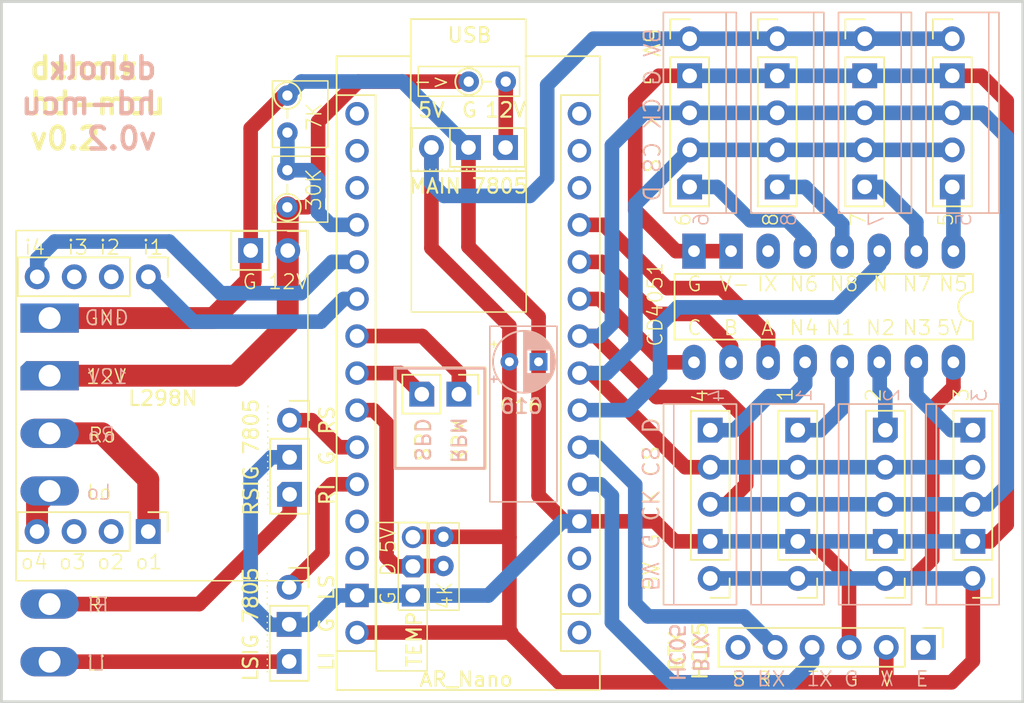
<source format=kicad_pcb>
(kicad_pcb (version 20221018) (generator pcbnew)
  (title_block (title "hd-mcu") (company "denolk"))
  (layers (0 "F.Cu" signal) (31 "B.Cu" signal) (34 "B.Paste" user) (35 "F.Paste" user) (36 "B.SilkS" user "B.Silkscreen") (37 "F.SilkS" user "F.Silkscreen") (38 "B.Mask" user) (39 "F.Mask" user) (44 "Edge.Cuts" user))
  (net 0 "")
  (net 1 "GND")
  (net 2 "12V")
  (net 3 "SIG_L_IN")
  (net 4 "SIG_L_OUT")
  (net 5 "SIG_R_IN")
  (net 6 "SIG_R_OUT")
  (net 7 "5V")
  (net 8 "D_SIG_L_IN")
  (net 9 "D_SIG_R_IN")
  (net 10 "D_SIG_R_OUT")
  (net 11 "D_SIG_L_OUT")
  (net 12 "D_MUX_A")
  (net 13 "D_MUX_B")
  (net 14 "D_MUX_C")
  (net 15 "MUX_S8")
  (net 16 "MUX_S1")
  (net 17 "MUX_S2")
  (net 18 "MUX_S3")
  (net 19 "MUX_S4")
  (net 20 "MUX_S5")
  (net 21 "MUX_S7")
  (net 22 "MUX_S6")
  (net 23 "D_BT_RX")
  (net 24 "D_BT_TX")
  (net 25 "D1")
  (net 26 "D10")
  (net 27 "D11")
  (net 28 "D_TEMP")
  (net 29 "D_VOLT")
  (net 30 "D0")
  (net 31 "D_SCK")
  (net 32 "D_CS")
  (net 33 "D_SO")
  (net 34 "D_RPM")
  (net 35 "D12")
  (net 36 "D13")
  (net 37 "D_SPD")
  (footprint "Connector_PinHeader_2.54mm:Socker_PinHeader_1x05_P2.54mm_Dualside" (layer "F.Cu") (at 71.7925 38.1975)
    (fp_text reference "6" (at 0.79 12.4 90) (layer "B.SilkS") (effects (font (thickness 0.1)) (justify mirror)))
    (fp_text value "N6" hide)
    (pad "1" thru_hole circle (at 0 0) (size 1.7 1.7) (drill 1) (layers "*.Cu" "*.Mask") (net 7 "5V"))
    (pad "2" thru_hole rect (at 0 2.54) (size 1.7 1.7) (drill 1) (layers "*.Cu" "*.Mask") (net 1 "GND"))
    (pad "3" thru_hole oval (at 0 5.08) (size 1.7 1.7) (drill 1) (layers "*.Cu" "*.Mask") (net 31 "D_SCK"))
    (pad "4" thru_hole oval (at 0 7.62) (size 1.7 1.7) (drill 1) (layers "*.Cu" "*.Mask") (net 32 "D_CS"))
    (pad "5" thru_hole roundrect (at 0 10.16) (size 1.7 1.7) (drill 1) (layers "*.Cu" "*.Mask") (roundrect_rratio 0) (chamfer_ratio 0.2) (chamfer top_left) (net 22 "MUX_S6"))
  )
  (footprint "Connector_PinSocket_2.54mm:PinSocket_1x03_P2.54mm_Vertical" (layer "F.Cu") (at 54.095 45.655 90)
    (fp_text reference "MAIN 7805" (at -2.64 2.54) (layer "F.SilkS"))
    (fp_text value "PinSocket_1x03_P2.54mm_Vertical" hide)
    (fp_text user "G" (at 2.570051 2.6 unlocked) (layer "F.SilkS"))
    (fp_text user "5V" (at 2.570051 0 unlocked) (layer "F.SilkS"))
    (fp_text user "12V" (at 2.570051 5.08 unlocked) (layer "F.SilkS"))
    (pad "1" thru_hole circle (at 0 0 90) (size 1.7 1.7) (drill 1) (layers "*.Cu" "*.Mask") (net 7 "5V"))
    (pad "2" thru_hole rect (at 0 2.54 90) (size 1.7 1.7) (drill 1) (layers "*.Cu" "*.Mask") (net 1 "GND"))
    (pad "3" thru_hole roundrect (at 0 5.08 90) (size 1.7 1.7) (drill 1) (layers "*.Cu" "*.Mask") (roundrect_rratio 0) (chamfer_ratio 0.2) (chamfer top_left) (net 2 "12V"))
  )
  (footprint "Resistor_THT:R_Axial_DIN0204_L3.6mm_D1.6mm_P2.54mm_Vertical" (layer "F.Cu") (at 44.22 49.75 90)
    (fp_text reference "30K" (at 1.21 1.81 90) (layer "F.SilkS") (effects (font (thickness 0.1))))
    (fp_text value "R_Axial_DIN0204_L3.6mm_D1.6mm_P2.54mm_Vertical" hide)
    (pad "1" thru_hole circle (at 0 0 90) (size 1.4 1.4) (drill 0.7) (layers "*.Cu" "*.Mask") (net 2 "12V"))
    (pad "2" thru_hole oval (at 2.54 0 90) (size 1.4 1.4) (drill 0.7) (layers "*.Cu" "*.Mask") (net 29 "D_VOLT"))
  )
  (footprint "Connector_PinHeader_2.54mm:Socker_PinHeader_1x05_P2.54mm_Dualside" (layer "F.Cu") (at 79.2025 75.1875 180)
    (fp_text reference "1" (at -0.44 12.54 90) (layer "B.SilkS") (effects (font (thickness 0.1)) (justify mirror)))
    (fp_text value "N1" hide)
    (pad "1" thru_hole circle (at 0 0 180) (size 1.7 1.7) (drill 1) (layers "*.Cu" "*.Mask") (net 7 "5V"))
    (pad "2" thru_hole rect (at 0 2.54 180) (size 1.7 1.7) (drill 1) (layers "*.Cu" "*.Mask") (net 1 "GND"))
    (pad "3" thru_hole oval (at 0 5.08 180) (size 1.7 1.7) (drill 1) (layers "*.Cu" "*.Mask") (net 31 "D_SCK"))
    (pad "4" thru_hole oval (at 0 7.62 180) (size 1.7 1.7) (drill 1) (layers "*.Cu" "*.Mask") (net 32 "D_CS"))
    (pad "5" thru_hole roundrect (at 0 10.16 180) (size 1.7 1.7) (drill 1) (layers "*.Cu" "*.Mask") (roundrect_rratio 0) (chamfer_ratio 0.2) (chamfer top_left) (net 16 "MUX_S1"))
  )
  (footprint "Connector_PinHeader_2.54mm:Socker_PinHeader_1x05_P2.54mm_Dualside" (layer "F.Cu") (at 83.7925 38.1975)
    (fp_text reference "7" (at 0.79 12.4 90) (layer "B.SilkS") (effects (font (thickness 0.1)) (justify mirror)))
    (fp_text value "N7" hide)
    (pad "1" thru_hole circle (at 0 0) (size 1.7 1.7) (drill 1) (layers "*.Cu" "*.Mask") (net 7 "5V"))
    (pad "2" thru_hole rect (at 0 2.54) (size 1.7 1.7) (drill 1) (layers "*.Cu" "*.Mask") (net 1 "GND"))
    (pad "3" thru_hole oval (at 0 5.08) (size 1.7 1.7) (drill 1) (layers "*.Cu" "*.Mask") (net 31 "D_SCK"))
    (pad "4" thru_hole oval (at 0 7.62) (size 1.7 1.7) (drill 1) (layers "*.Cu" "*.Mask") (net 32 "D_CS"))
    (pad "5" thru_hole roundrect (at 0 10.16) (size 1.7 1.7) (drill 1) (layers "*.Cu" "*.Mask") (roundrect_rratio 0) (chamfer_ratio 0.2) (chamfer top_left) (net 21 "MUX_S7"))
  )
  (footprint "Connector_PinSocket_2.54mm:PinSocket_1x03_P2.54mm_Vertical" (layer "F.Cu") (at 44.375 64.345)
    (fp_text reference "RSIG 7805" (at -2.64 2.54 90) (layer "F.SilkS"))
    (fp_text value "PinSocket_1x03_P2.54mm_Vertical" hide)
    (fp_text user "RI" (at 2.570051 5.08 90 unlocked) (layer "F.SilkS"))
    (fp_text user "RS" (at 2.570051 0 90 unlocked) (layer "F.SilkS"))
    (fp_text user "G" (at 2.570051 2.6 90 unlocked) (layer "F.SilkS"))
    (pad "1" thru_hole circle (at 0 0) (size 1.7 1.7) (drill 1) (layers "*.Cu" "*.Mask") (net 9 "D_SIG_R_IN"))
    (pad "2" thru_hole rect (at 0 2.54) (size 1.7 1.7) (drill 1) (layers "*.Cu" "*.Mask") (net 1 "GND"))
    (pad "3" thru_hole roundrect (at 0 5.08) (size 1.7 1.7) (drill 1) (layers "*.Cu" "*.Mask") (roundrect_rratio 0) (chamfer_ratio 0.2) (chamfer top_left) (net 5 "SIG_R_IN"))
  )
  (footprint "Connector_PinSocket_2.54mm:PinSocket_1x03_P2.54mm_Vertical" (layer "F.Cu") (at 44.345 75.795)
    (fp_text reference "LSIG 7805" (at -2.64 2.54 90) (layer "F.SilkS"))
    (fp_text value "PinSocket_1x03_P2.54mm_Vertical" hide)
    (fp_text user "LI" (at 2.570051 5.08 90 unlocked) (layer "F.SilkS"))
    (fp_text user "LS" (at 2.570051 0 90 unlocked) (layer "F.SilkS"))
    (fp_text user "G" (at 2.570051 2.6 90 unlocked) (layer "F.SilkS"))
    (pad "1" thru_hole circle (at 0 0) (size 1.7 1.7) (drill 1) (layers "*.Cu" "*.Mask") (net 8 "D_SIG_L_IN"))
    (pad "2" thru_hole rect (at 0 2.54) (size 1.7 1.7) (drill 1) (layers "*.Cu" "*.Mask") (net 1 "GND"))
    (pad "3" thru_hole roundrect (at 0 5.08) (size 1.7 1.7) (drill 1) (layers "*.Cu" "*.Mask") (roundrect_rratio 0) (chamfer_ratio 0.2) (chamfer top_left) (net 3 "SIG_L_IN"))
  )
  (footprint "denolk:TSI Dallas Temp" (layer "F.Cu") (at 53.82 71.36 90)
    (fp_text reference "REF**" hide)
    (fp_text value "TEMP" (at -8 -0.9 90 unlocked) (layer "F.SilkS"))
    (fp_text user "D" (at -3.2 -2.7 90 unlocked) (layer "F.SilkS") (effects (font (thickness 0.1))))
    (fp_text user "5V" (at -1.2 -2.7 90 unlocked) (layer "F.SilkS") (effects (font (thickness 0.1))))
    (fp_text user "G" (at -5.2 -2.7 90 unlocked) (layer "F.SilkS") (effects (font (thickness 0.1))))
    (pad "1" thru_hole rect (at -5 -1 180) (size 1.5 1.5) (drill 1) (layers "*.Cu" "*.Mask") (net 1 "GND"))
    (pad "2" thru_hole roundrect (at -3 -1 180) (size 1.5 1.5) (drill 1) (layers "*.Cu" "*.Mask") (roundrect_rratio 0) (chamfer_ratio 0.2) (chamfer top_left top_right bottom_left bottom_right) (net 28 "D_TEMP"))
    (pad "3" thru_hole circle (at -1 -1 180) (size 1.5 1.5) (drill 1) (layers "*.Cu" "*.Mask") (net 7 "5V"))
  )
  (footprint "" (layer "F.Cu") (at 27.9275 69.195 90)
    (fp_text reference "" (at 0 0 90) (layer "F.SilkS") (effects (font (size 1.27 1.27))))
    (fp_text value "" (at 0 0 90) (layer "F.SilkS") (effects (font (size 1.27 1.27))))
    (pad "4" thru_hole oval (at 0 0 90) (size 2 4) (drill 1.5) (layers "*.Cu" "*.Mask") (net 4 "SIG_L_OUT"))
  )
  (footprint "Connector_PinHeader_2.54mm:Socker_PinHeader_1x05_P2.54mm_Dualside" (layer "F.Cu") (at 77.7925 38.1975)
    (fp_text reference "8" (at 0.79 12.4 90) (layer "B.SilkS") (effects (font (thickness 0.1)) (justify mirror)))
    (fp_text value "N8" hide)
    (pad "1" thru_hole circle (at 0 0) (size 1.7 1.7) (drill 1) (layers "*.Cu" "*.Mask") (net 7 "5V"))
    (pad "2" thru_hole rect (at 0 2.54) (size 1.7 1.7) (drill 1) (layers "*.Cu" "*.Mask") (net 1 "GND"))
    (pad "3" thru_hole oval (at 0 5.08) (size 1.7 1.7) (drill 1) (layers "*.Cu" "*.Mask") (net 31 "D_SCK"))
    (pad "4" thru_hole oval (at 0 7.62) (size 1.7 1.7) (drill 1) (layers "*.Cu" "*.Mask") (net 32 "D_CS"))
    (pad "5" thru_hole roundrect (at 0 10.16) (size 1.7 1.7) (drill 1) (layers "*.Cu" "*.Mask") (roundrect_rratio 0) (chamfer_ratio 0.2) (chamfer top_left) (net 15 "MUX_S8"))
  )
  (footprint "" (layer "F.Cu") (at 27.9275 61.295)
    (fp_text reference "" (at 0 0) (layer "F.SilkS") (effects (font (size 1.27 1.27))))
    (fp_text value "" (at 0 0) (layer "F.SilkS") (effects (font (size 1.27 1.27))))
    (pad "2" thru_hole roundrect (at 0 0) (size 4 2) (drill 1.5) (layers "*.Cu" "*.Mask") (roundrect_rratio 0) (chamfer_ratio 0.2) (chamfer top_left) (net 2 "12V"))
  )
  (footprint "" (layer "F.Cu") (at 27.9275 76.945 180)
    (fp_text reference "" (at 0 0) (layer "F.SilkS") (effects (font (size 1.27 1.27))))
    (fp_text value "" (at 0 0) (layer "F.SilkS") (effects (font (size 1.27 1.27))))
    (pad "7" thru_hole oval (at 0 0 180) (size 4 2) (drill 1.5) (layers "*.Cu" "*.Mask") (net 5 "SIG_R_IN"))
  )
  (footprint "" (layer "F.Cu") (at 27.9275 80.895 180)
    (fp_text reference "" (at 0 0) (layer "F.SilkS") (effects (font (size 1.27 1.27))))
    (fp_text value "" (at 0 0) (layer "F.SilkS") (effects (font (size 1.27 1.27))))
    (pad "8" thru_hole oval (at 0 0 180) (size 4 2) (drill 1.5) (layers "*.Cu" "*.Mask") (net 3 "SIG_L_IN"))
  )
  (footprint "" (layer "F.Cu") (at 27.9275 57.345)
    (fp_text reference "" (at 0 0) (layer "F.SilkS") (effects (font (size 1.27 1.27))))
    (fp_text value "" (at 0 0) (layer "F.SilkS") (effects (font (size 1.27 1.27))))
    (pad "1" thru_hole rect (at 0 0) (size 4 2) (drill 1.5) (layers "*.Cu" "*.Mask") (net 1 "GND"))
  )
  (footprint "Resistor_THT:R_Axial_DIN0204_L3.6mm_D1.6mm_P2.54mm_Vertical" (layer "F.Cu") (at 54.92 74.335 90)
    (fp_text reference "4K" (at -2.03 0.1025 90) (layer "F.SilkS") (effects (font (thickness 0.1))))
    (fp_text value "R_Axial_DIN0204_L3.6mm_D1.6mm_P2.54mm_Vertical" hide)
    (pad "1" thru_hole circle (at 0 0 90) (size 1.4 1.4) (drill 0.7) (layers "*.Cu" "*.Mask") (net 28 "D_TEMP"))
    (pad "2" thru_hole oval (at 2 0 90) (size 1.4 1.4) (drill 0.7) (layers "*.Cu" "*.Mask") (net 7 "5V"))
  )
  (footprint "Connector_PinHeader_2.54mm:Socker_PinHeader_1x05_P2.54mm_Dualside" (layer "F.Cu") (at 91.2025 75.1875 180)
    (fp_text reference "3" (at -0.44 12.54 90) (layer "B.SilkS") (effects (font (thickness 0.1)) (justify mirror)))
    (fp_text value "N4" hide)
    (pad "1" thru_hole circle (at 0 0 180) (size 1.7 1.7) (drill 1) (layers "*.Cu" "*.Mask") (net 7 "5V"))
    (pad "2" thru_hole rect (at 0 2.54 180) (size 1.7 1.7) (drill 1) (layers "*.Cu" "*.Mask") (net 1 "GND"))
    (pad "3" thru_hole oval (at 0 5.08 180) (size 1.7 1.7) (drill 1) (layers "*.Cu" "*.Mask") (net 31 "D_SCK"))
    (pad "4" thru_hole oval (at 0 7.62 180) (size 1.7 1.7) (drill 1) (layers "*.Cu" "*.Mask") (net 32 "D_CS"))
    (pad "5" thru_hole roundrect (at 0 10.16 180) (size 1.7 1.7) (drill 1) (layers "*.Cu" "*.Mask") (roundrect_rratio 0) (chamfer_ratio 0.2) (chamfer top_left) (net 18 "MUX_S3"))
  )
  (footprint "Capacitor_THT:CP_Radial_D4.0mm_P2.00mm" (layer "F.Cu") (at 59.439604 60.34)
    (fp_text reference "REF**" hide)
    (fp_text value "C16" (at 0.78 3.05) (layer "F.SilkS"))
    (pad "1" thru_hole circle (at 0 0) (size 1.2 1.2) (drill 0.6) (layers "*.Cu" "*.Mask") (net 7 "5V"))
    (pad "2" thru_hole rect (at 2 0) (size 1.2 1.2) (drill 0.6) (layers "*.Cu" "*.Mask") (net 1 "GND"))
  )
  (footprint "Resistor_THT:R_Axial_DIN0204_L3.6mm_D1.6mm_P2.54mm_Vertical" (layer "F.Cu") (at 44.225 42.0925 -90)
    (fp_text reference "7K" (at 1.4675 -1.835 90) (layer "F.SilkS") (effects (font (thickness 0.1))))
    (fp_text value "R_Axial_DIN0204_L3.6mm_D1.6mm_P2.54mm_Vertical" hide)
    (pad "1" thru_hole circle (at 0 0 270) (size 1.4 1.4) (drill 0.7) (layers "*.Cu" "*.Mask") (net 1 "GND"))
    (pad "2" thru_hole oval (at 2.54 0 270) (size 1.4 1.4) (drill 0.7) (layers "*.Cu" "*.Mask") (net 29 "D_VOLT"))
  )
  (footprint "Connector_PinHeader_2.54mm:Socker_PinHeader_1x05_P2.54mm_Dualside" (layer "F.Cu") (at 85.2025 75.1875 180)
    (fp_text reference "2" (at -0.44 12.54 90) (layer "B.SilkS") (effects (font (thickness 0.1)) (justify mirror)))
    (fp_text value "N4" hide)
    (pad "1" thru_hole circle (at 0 0 180) (size 1.7 1.7) (drill 1) (layers "*.Cu" "*.Mask") (net 7 "5V"))
    (pad "2" thru_hole rect (at 0 2.54 180) (size 1.7 1.7) (drill 1) (layers "*.Cu" "*.Mask") (net 1 "GND"))
    (pad "3" thru_hole oval (at 0 5.08 180) (size 1.7 1.7) (drill 1) (layers "*.Cu" "*.Mask") (net 31 "D_SCK"))
    (pad "4" thru_hole oval (at 0 7.62 180) (size 1.7 1.7) (drill 1) (layers "*.Cu" "*.Mask") (net 32 "D_CS"))
    (pad "5" thru_hole roundrect (at 0 10.16 180) (size 1.7 1.7) (drill 1) (layers "*.Cu" "*.Mask") (roundrect_rratio 0) (chamfer_ratio 0.2) (chamfer top_left) (net 17 "MUX_S2"))
  )
  (footprint "Connector_PinHeader_2.54mm:PinHeader_1x02_P2.54mm_Vertical" (layer "F.Cu") (at 55.975 62.56 -90)
    (fp_text reference "REF**" hide)
    (fp_text value "PinHeader_1x02_P2.54mm_Vertical" hide)
    (fp_text user "RPM" (at 3.18 -0.055 90 unlocked) (layer "F.SilkS"))
    (fp_text user "SPD" (at 3.12 2.455 90 unlocked) (layer "F.SilkS"))
    (pad "1" thru_hole roundrect (at 0 0 270) (size 1.7 1.7) (drill 1) (layers "*.Cu" "*.Mask") (roundrect_rratio 0) (chamfer_ratio 0.2) (chamfer top_left) (net 34 "D_RPM"))
    (pad "2" thru_hole roundrect (at 0 2.54 270) (size 1.7 1.7) (drill 1) (layers "*.Cu" "*.Mask") (roundrect_rratio 0) (chamfer_ratio 0.2) (chamfer top_left) (net 37 "D_SPD"))
  )
  (footprint "denolk:L298N Motor driver board" (layer "F.Cu") (at 35.6775 61.845)
    (fp_text reference "REF**" hide)
    (fp_text value "L298N" (at 0 1 unlocked) (layer "F.SilkS"))
    (fp_text user "i4  i3 i2  i1" (at -9.5475 -8.765 unlocked) (layer "F.SilkS") (effects (font (thickness 0.1)) (justify left bottom)))
    (fp_text user "o4 o3 o2 o1" (at -9.8 12.8 unlocked) (layer "F.SilkS") (effects (font (thickness 0.1)) (justify left bottom)))
    (fp_text user "G 12V" (at 5.4 -6.4 unlocked) (layer "F.SilkS") (effects (font (thickness 0.1)) (justify left bottom)))
    (pad "A+" thru_hole rect (at -0.99 10.13 270) (size 1.7 1.7) (drill 1) (layers "*.Cu" "*.Mask") (net 6 "SIG_R_OUT"))
    (pad "A-" thru_hole oval (at -3.53 10.13 270) (size 1.7 1.7) (drill 1) (layers "*.Cu" "*.Mask"))
    (pad "B+" thru_hole oval (at -6.07 10.13 270) (size 1.7 1.7) (drill 1) (layers "*.Cu" "*.Mask"))
    (pad "B-" thru_hole oval (at -8.61 10.13 270) (size 1.7 1.7) (drill 1) (layers "*.Cu" "*.Mask") (net 4 "SIG_L_OUT"))
    (pad "G" thru_hole rect (at 6.03 -9.13 270) (size 1.7 1.7) (drill 1) (layers "*.Cu" "*.Mask") (net 1 "GND"))
    (pad "I1" thru_hole circle (at -0.98 -7.33 270) (size 1.7 1.7) (drill 1) (layers "*.Cu" "*.Mask") (net 10 "D_SIG_R_OUT"))
    (pad "I2" thru_hole oval (at -3.52 -7.33 270) (size 1.7 1.7) (drill 1) (layers "*.Cu" "*.Mask"))
    (pad "I3" thru_hole oval (at -6.06 -7.33 270) (size 1.7 1.7) (drill 1) (layers "*.Cu" "*.Mask"))
    (pad "I4" thru_hole oval (at -8.6 -7.33 270) (size 1.7 1.7) (drill 1) (layers "*.Cu" "*.Mask") (net 11 "D_SIG_L_OUT"))
    (pad "V" thru_hole oval (at 8.57 -9.13 270) (size 1.7 1.7) (drill 1) (layers "*.Cu" "*.Mask") (net 2 "12V"))
  )
  (footprint "clipboard:025a530c-414d-4610-914f-198754de7740" (layer "F.Cu") (at 73.7775 81.2425)
    (fp_text reference "" (at 0 0) (layer "F.SilkS") (effects (font (size 1.27 1.27))))
    (fp_text value "" (at 0 0) (layer "F.SilkS") (effects (font (size 1.27 1.27))))
    (fp_text user "S RX  TX G  V  E" (at 0.8525 0.8475 unlocked) (layer "F.SilkS") (effects (font (thickness 0.1)) (justify left)))
    (pad "EN" thru_hole rect (at 14.03 -1.33 270) (size 1.7 1.7) (drill 1) (layers "*.Cu" "*.Mask"))
    (pad "G" thru_hole oval (at 8.95 -1.33 270) (size 1.7 1.7) (drill 1) (layers "*.Cu" "*.Mask") (net 1 "GND"))
    (pad "RX" thru_hole oval (at 3.87 -1.33 270) (size 1.7 1.7) (drill 1) (layers "*.Cu" "*.Mask") (net 24 "D_BT_TX"))
    (pad "S" thru_hole oval (at 1.33 -1.33 270) (size 1.7 1.7) (drill 1) (layers "*.Cu" "*.Mask"))
    (pad "TX" thru_hole oval (at 6.41 -1.33 270) (size 1.7 1.7) (drill 1) (layers "*.Cu" "*.Mask") (net 23 "D_BT_RX"))
    (pad "V" thru_hole oval (at 11.49 -1.33 270) (size 1.7 1.7) (drill 1) (layers "*.Cu" "*.Mask") (net 7 "5V"))
  )
  (footprint "Connector_PinHeader_2.54mm:Socker_PinHeader_1x05_P2.54mm_Dualside" (layer "F.Cu") (at 89.7925 38.1975)
    (fp_text reference "5" (at 0.79 12.4 90) (layer "B.SilkS") (effects (font (thickness 0.1)) (justify mirror)))
    (fp_text value "N4" hide)
    (pad "1" thru_hole circle (at 0 0) (size 1.7 1.7) (drill 1) (layers "*.Cu" "*.Mask") (net 7 "5V"))
    (pad "2" thru_hole rect (at 0 2.54) (size 1.7 1.7) (drill 1) (layers "*.Cu" "*.Mask") (net 1 "GND"))
    (pad "3" thru_hole oval (at 0 5.08) (size 1.7 1.7) (drill 1) (layers "*.Cu" "*.Mask") (net 31 "D_SCK"))
    (pad "4" thru_hole oval (at 0 7.62) (size 1.7 1.7) (drill 1) (layers "*.Cu" "*.Mask") (net 32 "D_CS"))
    (pad "5" thru_hole roundrect (at 0 10.16) (size 1.7 1.7) (drill 1) (layers "*.Cu" "*.Mask") (roundrect_rratio 0) (chamfer_ratio 0.2) (chamfer top_left) (net 20 "MUX_S5"))
  )
  (footprint "Package_DIP:DIP-16_W7.62mm_LongPads" (layer "F.Cu") (at 89.87 52.8075 -90)
    (fp_text reference "CD4051" (at 3.6025 20.44 90) (layer "F.SilkS") (effects (font (thickness 0.1))))
    (fp_text value "CD4051" hide)
    (fp_text user "N5" (at 2.2 0) (layer "F.SilkS") (effects (font (thickness 0.1))))
    (fp_text user "5V" (at 5.2 0.25) (layer "F.SilkS") (effects (font (thickness 0.1))))
    (fp_text user "B" (at 5.2 15.25) (layer "F.SilkS") (effects (font (thickness 0.1))))
    (fp_text user "IX" (at 2.2 12.75) (layer "F.SilkS") (effects (font (thickness 0.1))))
    (fp_text user "N8" (at 2.2 7.5) (layer "F.SilkS") (effects (font (thickness 0.1))))
    (fp_text user "A" (at 5.2 12.75) (layer "F.SilkS") (effects (font (thickness 0.1))))
    (fp_text user "G" (at 2.2 17.75) (layer "F.SilkS") (effects (font (thickness 0.1))))
    (fp_text user "N4" (at 5.2 10.25) (layer "F.SilkS") (effects (font (thickness 0.1))))
    (fp_text user "N2" (at 5.2 5) (layer "F.SilkS") (effects (font (thickness 0.1))))
    (fp_text user "C" (at 5.2 17.75) (layer "F.SilkS") (effects (font (thickness 0.1))))
    (fp_text user "N" (at 2.2 5) (layer "F.SilkS") (effects (font (thickness 0.1))))
    (fp_text user "N1" (at 5.2 7.75) (layer "F.SilkS") (effects (font (thickness 0.1))))
    (fp_text user "N7" (at 2.2 2.5) (layer "F.SilkS") (effects (font (thickness 0.1))))
    (fp_text user "N3" (at 5.2 2.5) (layer "F.SilkS") (effects (font (thickness 0.1))))
    (fp_text user "V-" (at 2.2 15) (layer "F.SilkS") (effects (font (thickness 0.1))))
    (fp_text user "N6" (at 2.2 10.25) (layer "F.SilkS") (effects (font (thickness 0.1))))
    (pad "1" thru_hole oval (at -0.05 0 270) (size 2.4 1.6) (drill 0.8) (layers "*.Cu" "*.Mask") (net 20 "MUX_S5"))
    (pad "2" thru_hole oval (at -0.05 2.54 270) (size 2.4 1.6) (drill 0.8) (layers "*.Cu" "*.Mask") (net 21 "MUX_S7"))
    (pad "3" thru_hole oval (at -0.05 5.08 270) (size 2.4 1.6) (drill 0.8) (layers "*.Cu" "*.Mask") (net 33 "D_SO"))
    (pad "4" thru_hole oval (at -0.05 7.62 270) (size 2.4 1.6) (drill 0.8) (layers "*.Cu" "*.Mask") (net 15 "MUX_S8"))
    (pad "5" thru_hole oval (at -0.05 10.16 270) (size 2.4 1.6) (drill 0.8) (layers "*.Cu" "*.Mask") (net 22 "MUX_S6"))
    (pad "6" thru_hole oval (at -0.05 12.7 270) (size 2.4 1.6) (drill 0.8) (layers "*.Cu" "*.Mask"))
    (pad "7" thru_hole rect (at -0.05 15.24 270) (size 2.4 1.6) (drill 0.8) (layers "*.Cu" "*.Mask") (net 1 "GND"))
    (pad "8" thru_hole rect (at -0.05 17.78 270) (size 2.4 1.6) (drill 0.8) (layers "*.Cu" "*.Mask") (net 1 "GND"))
    (pad "9" thru_hole oval (at 7.57 17.78 270) (size 2.4 1.6) (drill 0.8) (layers "*.Cu" "*.Mask") (net 14 "D_MUX_C"))
    (pad "10" thru_hole oval (at 7.57 15.24 270) (size 2.4 1.6) (drill 0.8) (layers "*.Cu" "*.Mask") (net 13 "D_MUX_B"))
    (pad "11" thru_hole oval (at 7.57 12.7 270) (size 2.4 1.6) (drill 0.8) (layers "*.Cu" "*.Mask") (net 12 "D_MUX_A"))
    (pad "12" thru_hole oval (at 7.57 10.16 270) (size 2.4 1.6) (drill 0.8) (layers "*.Cu" "*.Mask") (net 19 "MUX_S4"))
    (pad "13" thru_hole oval (at 7.57 7.62 270) (size 2.4 1.6) (drill 0.8) (layers "*.Cu" "*.Mask") (net 16 "MUX_S1"))
    (pad "14" thru_hole oval (at 7.57 5.08 270) (size 2.4 1.6) (drill 0.8) (layers "*.Cu" "*.Mask") (net 17 "MUX_S2"))
    (pad "15" thru_hole oval (at 7.57 2.54 270) (size 2.4 1.6) (drill 0.8) (layers "*.Cu" "*.Mask") (net 18 "MUX_S3"))
    (pad "16" thru_hole oval (at 7.57 0 270) (size 2.4 1.6) (drill 0.8) (layers "*.Cu" "*.Mask") (net 7 "5V"))
  )
  (footprint "Module:Arduino_Nano" (layer "F.Cu") (at 64.2375 78.895 180)
    (fp_text reference "REF**" hide)
    (fp_text value "AR_Nano" (at 7.7575 -3.205) (layer "F.SilkS"))
    (fp_text user "USB" (at 7.5375 40.945 unlocked) (layer "F.SilkS"))
    (pad "3V" thru_hole oval (at 15.24 33.02 180) (size 1.6 1.6) (drill 1) (layers "*.Cu" "*.Mask"))
    (pad "5V" thru_hole oval (at 15.24 7.62 180) (size 1.6 1.6) (drill 1) (layers "*.Cu" "*.Mask"))
    (pad "A0" thru_hole oval (at 15.24 27.94 180) (size 1.6 1.6) (drill 1) (layers "*.Cu" "*.Mask") (net 29 "D_VOLT"))
    (pad "A1" thru_hole oval (at 15.24 25.4 180) (size 1.6 1.6) (drill 1) (layers "*.Cu" "*.Mask") (net 11 "D_SIG_L_OUT"))
    (pad "A2" thru_hole oval (at 15.24 22.86 180) (size 1.6 1.6) (drill 1) (layers "*.Cu" "*.Mask") (net 10 "D_SIG_R_OUT"))
    (pad "A3" thru_hole oval (at 15.24 20.32 180) (size 1.6 1.6) (drill 1) (layers "*.Cu" "*.Mask") (net 34 "D_RPM"))
    (pad "A4" thru_hole oval (at 15.24 17.78 180) (size 1.6 1.6) (drill 1) (layers "*.Cu" "*.Mask") (net 37 "D_SPD"))
    (pad "A5" thru_hole oval (at 15.24 15.24 180) (size 1.6 1.6) (drill 1) (layers "*.Cu" "*.Mask") (net 28 "D_TEMP"))
    (pad "A6" thru_hole oval (at 15.24 12.7 180) (size 1.6 1.6) (drill 1) (layers "*.Cu" "*.Mask") (net 9 "D_SIG_R_IN"))
    (pad "A7" thru_hole oval (at 15.24 10.16 180) (size 1.6 1.6) (drill 1) (layers "*.Cu" "*.Mask") (net 8 "D_SIG_L_IN"))
    (pad "D2" thru_hole oval (at 0 10.16 180) (size 1.6 1.6) (drill 1) (layers "*.Cu" "*.Mask") (net 23 "D_BT_RX"))
    (pad "D3" thru_hole oval (at 0 12.7 180) (size 1.6 1.6) (drill 1) (layers "*.Cu" "*.Mask") (net 24 "D_BT_TX"))
    (pad "D4" thru_hole oval (at 0 15.24 180) (size 1.6 1.6) (drill 1) (layers "*.Cu" "*.Mask") (net 33 "D_SO"))
    (pad "D5" thru_hole oval (at 0 17.78 180) (size 1.6 1.6) (drill 1) (layers "*.Cu" "*.Mask") (net 32 "D_CS"))
    (pad "D6" thru_hole oval (at 0 20.32 180) (size 1.6 1.6) (drill 1) (layers "*.Cu" "*.Mask") (net 31 "D_SCK"))
    (pad "D7" thru_hole oval (at 0 22.86 180) (size 1.6 1.6) (drill 1) (layers "*.Cu" "*.Mask") (net 14 "D_MUX_C"))
    (pad "D8" thru_hole oval (at 0 25.4 180) (size 1.6 1.6) (drill 1) (layers "*.Cu" "*.Mask") (net 13 "D_MUX_B"))
    (pad "D9" thru_hole oval (at 0 27.94 180) (size 1.6 1.6) (drill 1) (layers "*.Cu" "*.Mask") (net 12 "D_MUX_A"))
    (pad "D10" thru_hole oval (at 0 30.48 180) (size 1.6 1.6) (drill 1) (layers "*.Cu" "*.Mask") (net 26 "D10"))
    (pad "D11" thru_hole oval (at 0 33.02 180) (size 1.6 1.6) (drill 1) (layers "*.Cu" "*.Mask") (net 27 "D11"))
    (pad "D12" thru_hole oval (at 0 35.56 180) (size 1.6 1.6) (drill 1) (layers "*.Cu" "*.Mask") (net 35 "D12"))
    (pad "D13" thru_hole oval (at 15.24 35.56 180) (size 1.6 1.6) (drill 1) (layers "*.Cu" "*.Mask") (net 36 "D13"))
    (pad "G" thru_hole rect (at 0 7.62 180) (size 1.6 1.6) (drill 1) (layers "*.Cu" "*.Mask") (net 1 "GND"))
    (pad "G" thru_hole rect (at 15.24 2.54 180) (size 1.6 1.6) (drill 1) (layers "*.Cu" "*.Mask") (net 1 "GND"))
    (pad "REF" thru_hole oval (at 15.24 30.48 180) (size 1.6 1.6) (drill 1) (layers "*.Cu" "*.Mask"))
    (pad "RST" thru_hole oval (at 0 5.08 180) (size 1.6 1.6) (drill 1) (layers "*.Cu" "*.Mask"))
    (pad "RST" thru_hole oval (at 15.24 5.08 180) (size 1.6 1.6) (drill 1) (layers "*.Cu" "*.Mask"))
    (pad "RX0" thru_hole oval (at 0 2.54 180) (size 1.6 1.6) (drill 1) (layers "*.Cu" "*.Mask") (net 25 "D1"))
    (pad "TX1" thru_hole circle (at 0 0 180) (size 1.6 1.6) (drill 1) (layers "*.Cu" "*.Mask") (net 30 "D0"))
    (pad "VIN" thru_hole oval (at 15.24 0 180) (size 1.6 1.6) (drill 1) (layers "*.Cu" "*.Mask") (net 7 "5V"))
  )
  (footprint "Resistor_THT:R_Axial_DIN0204_L3.6mm_D1.6mm_P2.54mm_Vertical" (layer "F.Cu") (at 56.65 41.14)
    (fp_text reference "->" (at -2.53 -0.03) (layer "F.SilkS") (effects (font (thickness 0.1))))
    (fp_text value "R_Axial_DIN0204_L3.6mm_D1.6mm_P2.54mm_Vertical" hide)
    (pad "1" thru_hole circle (at 0 0) (size 1.4 1.4) (drill 0.7) (layers "*.Cu" "*.Mask") (net 2 "12V"))
    (pad "2" thru_hole oval (at 2.54 0) (size 1.4 1.4) (drill 0.7) (layers "*.Cu" "*.Mask") (net 2 "12V"))
  )
  (footprint "" (layer "F.Cu") (at 27.9275 65.245 180)
    (fp_text reference "" (at 0 0) (layer "F.SilkS") (effects (font (size 1.27 1.27))))
    (fp_text value "" (at 0 0) (layer "F.SilkS") (effects (font (size 1.27 1.27))))
    (pad "3" thru_hole oval (at 0 0 180) (size 4 2) (drill 1.5) (layers "*.Cu" "*.Mask") (net 6 "SIG_R_OUT"))
  )
  (footprint "Connector_PinHeader_2.54mm:Socker_PinHeader_1x05_P2.54mm_Dualside" (layer "F.Cu") (at 73.2025 75.1875 180)
    (fp_text reference "4" (at -0.44 12.54 90) (layer "B.SilkS") (effects (font (thickness 0.1)) (justify mirror)))
    (fp_text value "N4" hide)
    (pad "1" thru_hole circle (at 0 0 180) (size 1.7 1.7) (drill 1) (layers "*.Cu" "*.Mask") (net 7 "5V"))
    (pad "2" thru_hole rect (at 0 2.54 180) (size 1.7 1.7) (drill 1) (layers "*.Cu" "*.Mask") (net 1 "GND"))
    (pad "3" thru_hole oval (at 0 5.08 180) (size 1.7 1.7) (drill 1) (layers "*.Cu" "*.Mask") (net 31 "D_SCK"))
    (pad "4" thru_hole oval (at 0 7.62 180) (size 1.7 1.7) (drill 1) (layers "*.Cu" "*.Mask") (net 32 "D_CS"))
    (pad "5" thru_hole roundrect (at 0 10.16 180) (size 1.7 1.7) (drill 1) (layers "*.Cu" "*.Mask") (roundrect_rratio 0) (chamfer_ratio 0.2) (chamfer top_left) (net 19 "MUX_S4"))
  )
  (footprint "Capacitor_THT:CP_Radial_D4.0mm_P2.00mm" (layer "B.Cu") (at 59.439604 60.34)
    (fp_text reference "REF**" hide)
    (fp_text value "C16" (at 0.86 3.045 -360) (layer "B.SilkS") (effects (justify mirror)))
    (pad "1" thru_hole circle (at 0 0) (size 1.2 1.2) (drill 0.6) (layers "*.Cu" "*.Mask") (net 7 "5V"))
    (pad "2" thru_hole rect (at 2 0) (size 1.2 1.2) (drill 0.6) (layers "*.Cu" "*.Mask") (net 1 "GND"))
  )
  (gr_rect (start 51.59 60.78) (end 57.75 67.6454) (stroke (width 0.2)) (fill none) (layer "B.SilkS"))
  (gr_rect (start 58.099604 57.9) (end 62.699604 69.94) (stroke (width 0.1)) (fill none) (layer "B.SilkS"))
  (gr_rect (start 60.135 40.1025) (end 53.195 42.1425) (stroke (width 0.1)) (fill none) (layer "F.SilkS"))
  (gr_rect (start 50.3225 71.355) (end 53.8025 81.525) (stroke (width 0.1)) (fill none) (layer "F.SilkS"))
  (gr_rect (start 53.9425 71.3796) (end 55.9925 77.365) (stroke (width 0.1)) (fill none) (layer "F.SilkS"))
  (gr_rect (start 43.18 46.25) (end 46.99 50.77) (stroke (width 0.1)) (fill none) (layer "F.SilkS"))
  (gr_rect (start 43.2 41.09) (end 47 45.65) (stroke (width 0.1)) (fill none) (layer "F.SilkS"))
  (gr_rect (start 51.62 60.76) (end 57.78 67.64) (stroke (width 0.2)) (fill none) (layer "F.SilkS"))
  (gr_rect (start 52.72 44.32) (end 60.59 56.93) (stroke (width 0.1)) (fill none) (layer "F.SilkS"))
  (gr_rect (start 58.099604 57.9) (end 62.699604 69.94) (stroke (width 0.1)) (fill none) (layer "F.SilkS"))
  (gr_rect (start 24.6275 35.645) (end 94.6275 83.645) (stroke (width 0.2)) (fill none) (layer "Edge.Cuts"))
  (gr_text "12V" (at 30.46 61.36) (layer "B.SilkS") (effects (font (size 1 1) (thickness 0.1)) (justify right mirror)))
  (gr_text "5V G CK CS D" (at 68.42 76.14 -90) (layer "B.SilkS") (effects (font (size 1.1 1.1) (thickness 0.12)) (justify left bottom mirror)))
  (gr_text "SPD" (at 53.46 65.68 -90) (layer "B.SilkS") (effects (font (size 1 1)) (justify mirror)))
  (gr_text "Li" (at 31.81 81) (layer "B.SilkS") (effects (font (size 1 1) (thickness 0.1)) (justify left mirror)))
  (gr_text "Ri" (at 32.04 77) (layer "B.SilkS") (effects (font (size 1 1) (thickness 0.1)) (justify left mirror)))
  (gr_text "denolk\nhd-mcu\nv0.2" (at 35.42 45.92) (layer "B.SilkS") (effects (font (size 1.5 1.5) (thickness 0.3) bold) (justify left bottom mirror)))
  (gr_text "Ro" (at 30.45 65.35) (layer "B.SilkS") (effects (font (size 1 1) (thickness 0.1)) (justify right mirror)))
  (gr_text "GND" (at 30.26 57.33) (layer "B.SilkS") (effects (font (size 1 1) (thickness 0.1)) (justify right mirror)))
  (gr_text "S RX  TX G  V  E" (at 74.63 81.98 180) (layer "B.SilkS") (effects (font (size 1 1) (thickness 0.1)) (justify left mirror)))
  (gr_text "BTX\nHC05" (at 70.33 80.26 -90) (layer "B.SilkS") (effects (font (size 1 1)) (justify bottom mirror)))
  (gr_text "RPM" (at 55.92 65.72 -90) (layer "B.SilkS") (effects (font (size 1 1)) (justify mirror)))
  (gr_text "Lo" (at 30.37 69.28) (layer "B.SilkS") (effects (font (size 1 1) (thickness 0.1)) (justify right mirror)))
  (gr_text "5V G CK CS D" (at 69.89 37.39 90) (layer "B.SilkS") (effects (font (size 1.1 1.1) (thickness 0.12)) (justify left bottom mirror)))
  (gr_text "Ri" (at 30.4525 77.0025) (layer "F.SilkS") (effects (font (size 1 1) (thickness 0.1)) (justify left)))
  (gr_text "GND" (at 33.4225 57.3325) (layer "F.SilkS") (effects (font (size 1 1) (thickness 0.1)) (justify right)))
  (gr_text "8" (at 77.3425 50.5975 90) (layer "F.SilkS") (effects (font (size 1 1) (thickness 0.1))))
  (gr_text "1" (at 78.3425 62.5975 90) (layer "F.SilkS") (effects (font (size 1 1) (thickness 0.1))))
  (gr_text "Li" (at 30.4225 81.0025) (layer "F.SilkS") (effects (font (size 1 1) (thickness 0.1)) (justify left)))
  (gr_text "Ro" (at 32.5525 65.3725) (layer "F.SilkS") (effects (font (size 1 1) (thickness 0.1)) (justify right)))
  (gr_text "2" (at 84.3825 62.6175 90) (layer "F.SilkS") (effects (font (size 1 1) (thickness 0.1))))
  (gr_text "12V" (at 33.2525 61.3625) (layer "F.SilkS") (effects (font (size 1 1) (thickness 0.1)) (justify right)))
  (gr_text "BTX\nHC05" (at 73.09 80.16 90) (layer "F.SilkS") (effects (font (size 1 1)) (justify bottom)))
  (gr_text "Lo" (at 32.2725 69.2825) (layer "F.SilkS") (effects (font (size 1 1) (thickness 0.1)) (justify right)))
  (gr_text "6" (at 71.3425 50.5975 90) (layer "F.SilkS") (effects (font (size 1 1) (thickness 0.1))))
  (gr_text "denolk\nhd-mcu\nv0.2" (at 26.42 45.92) (layer "F.SilkS") (effects (font (size 1.5 1.5) (thickness 0.3) bold) (justify left bottom)))
  (gr_text "5" (at 89.3425 50.5975 90) (layer "F.SilkS") (effects (font (size 1 1) (thickness 0.1))))
  (gr_text "5V G CK CS D" (at 69.82 76.11 90) (layer "F.SilkS") (effects (font (size 1.1 1.1) (thickness 0.12)) (justify left bottom)))
  (gr_text "3" (at 90.4025 62.5975 90) (layer "F.SilkS") (effects (font (size 1 1) (thickness 0.1))))
  (gr_text "7" (at 83.3425 50.5975 90) (layer "F.SilkS") (effects (font (size 1 1) (thickness 0.1))))
  (gr_text "4" (at 72.5225 62.6975 90) (layer "F.SilkS") (effects (font (size 1 1) (thickness 0.1))))
  (gr_text "5V G CK CS D" (at 68.49 37.39 -90) (layer "F.SilkS") (effects (font (size 1.1 1.1) (thickness 0.12)) (justify left bottom)))
  (segment (start 70.7675 72.6475) (end 69.395 71.275) (width 1) (layer "F.Cu") (net 1))
  (segment (start 27.9275 57.345) (end 39.1775 57.345) (width 1.5) (layer "F.Cu") (net 1))
  (segment (start 68.0625 49.9575) (end 68.0625 42.3575) (width 1) (layer "F.Cu") (net 1))
  (segment (start 82.715 75.16) (end 80.2025 72.6475) (width 1) (layer "F.Cu") (net 1))
  (segment (start 61.439604 69.509604) (end 63.205 71.275) (width 1) (layer "F.Cu") (net 1))
  (segment (start 69.6825 40.7375) (end 71.7925 40.7375) (width 1) (layer "F.Cu") (net 1))
  (segment (start 92.3725 72.6475) (end 93.525 71.495) (width 1) (layer "F.Cu") (net 1))
  (segment (start 72.09 52.7575) (end 70.8625 52.7575) (width 1) (layer "F.Cu") (net 1))
  (segment (start 61.439604 57.259604) (end 61.439604 60.34) (width 1) (layer "F.Cu") (net 1))
  (segment (start 41.7075 44.3425) (end 43.9575 42.0925) (width 1) (layer "F.Cu") (net 1))
  (segment (start 41.7075 52.715) (end 41.7075 44.3425) (width 1) (layer "F.Cu") (net 1))
  (segment (start 91.7925 40.7375) (end 89.7925 40.7375) (width 1) (layer "F.Cu") (net 1))
  (segment (start 74.63 52.7575) (end 72.09 52.7575) (width 1) (layer "F.Cu") (net 1))
  (segment (start 91.2025 72.6475) (end 92.3725 72.6475) (width 1) (layer "F.Cu") (net 1))
  (segment (start 70.8625 52.7575) (end 68.0625 49.9575) (width 1) (layer "F.Cu") (net 1))
  (segment (start 93.525 71.495) (end 93.525 42.47) (width 1) (layer "F.Cu") (net 1))
  (segment (start 68.0625 42.3575) (end 69.6825 40.7375) (width 1) (layer "F.Cu") (net 1))
  (segment (start 63.205 71.275) (end 64.2375 71.275) (width 1) (layer "F.Cu") (net 1))
  (segment (start 61.439604 60.34) (end 61.439604 69.509604) (width 1) (layer "F.Cu") (net 1))
  (segment (start 80.2025 72.6475) (end 79.2025 72.6475) (width 1) (layer "F.Cu") (net 1))
  (segment (start 82.7275 79.9125) (end 82.715 79.9) (width 1) (layer "F.Cu") (net 1))
  (segment (start 56.635 45.655) (end 56.635 52.455) (width 1) (layer "F.Cu") (net 1))
  (segment (start 39.1775 57.345) (end 41.7075 54.815) (width 1.5) (layer "F.Cu") (net 1))
  (segment (start 56.635 52.455) (end 61.439604 57.259604) (width 1) (layer "F.Cu") (net 1))
  (segment (start 43.9575 42.0925) (end 44.225 42.0925) (width 1) (layer "F.Cu") (net 1))
  (segment (start 93.525 42.47) (end 91.7925 40.7375) (width 1) (layer "F.Cu") (net 1))
  (segment (start 73.2025 72.6475) (end 70.7675 72.6475) (width 1) (layer "F.Cu") (net 1))
  (segment (start 82.715 79.9) (end 82.715 75.16) (width 1) (layer "F.Cu") (net 1))
  (segment (start 69.395 71.275) (end 64.2375 71.275) (width 1) (layer "F.Cu") (net 1))
  (segment (start 41.7075 54.815) (end 41.7075 52.715) (width 1.5) (layer "F.Cu") (net 1))
  (segment (start 44.375 66.885) (end 43.125 66.885) (width 1) (layer "B.Cu") (net 1))
  (segment (start 43.0425 78.36) (end 45.6625 78.36) (width 1) (layer "B.Cu") (net 1))
  (segment (start 57.99 76.36) (end 63.075 71.275) (width 1) (layer "B.Cu") (net 1))
  (segment (start 63.075 71.275) (end 64.2375 71.275) (width 1) (layer "B.Cu") (net 1))
  (segment (start 56.635 45.655) (end 52.11 41.13) (width 1) (layer "B.Cu") (net 1))
  (segment (start 41.7075 77.025) (end 43.0425 78.36) (width 1) (layer "B.Cu") (net 1))
  (segment (start 41.7075 68.3025) (end 41.7075 77.025) (width 1) (layer "B.Cu") (net 1))
  (segment (start 45.6625 78.36) (end 47.6675 76.355) (width 1) (layer "B.Cu") (net 1))
  (segment (start 52.11 41.13) (end 45.1875 41.13) (width 1) (layer "B.Cu") (net 1))
  (segment (start 52.82 76.36) (end 57.99 76.36) (width 1) (layer "B.Cu") (net 1))
  (segment (start 47.6675 76.355) (end 48.9975 76.355) (width 1) (layer "B.Cu") (net 1))
  (segment (start 73.2025 72.6475) (end 91.2025 72.6475) (width 1) (layer "B.Cu") (net 1))
  (segment (start 45.1875 41.13) (end 44.225 42.0925) (width 1) (layer "B.Cu") (net 1))
  (segment (start 43.125 66.885) (end 41.7075 68.3025) (width 1) (layer "B.Cu") (net 1))
  (segment (start 52.815 76.355) (end 52.82 76.36) (width 1) (layer "B.Cu") (net 1))
  (segment (start 48.9975 76.355) (end 52.815 76.355) (width 1) (layer "B.Cu") (net 1))
  (segment (start 89.7925 40.7375) (end 71.7925 40.7375) (width 1) (layer "B.Cu") (net 1))
  (segment (start 44.2475 57.7325) (end 44.2475 52.715) (width 1.5) (layer "F.Cu") (net 2))
  (segment (start 46.33 49) (end 46.33 43.881179) (width 1) (layer "F.Cu") (net 2))
  (segment (start 59.19 45.64) (end 59.175 45.655) (width 1) (layer "F.Cu") (net 2))
  (segment (start 59.19 41.14) (end 59.19 45.64) (width 1) (layer "F.Cu") (net 2))
  (segment (start 44.2475 52.715) (end 44.2475 49.7775) (width 1.5) (layer "F.Cu") (net 2))
  (segment (start 49.071179 41.14) (end 56.65 41.14) (width 1) (layer "F.Cu") (net 2))
  (segment (start 44.22 49.75) (end 45.58 49.75) (width 1) (layer "F.Cu") (net 2))
  (segment (start 27.9275 61.295) (end 40.685 61.295) (width 1.5) (layer "F.Cu") (net 2))
  (segment (start 44.2475 49.7775) (end 44.22 49.75) (width 1.5) (layer "F.Cu") (net 2))
  (segment (start 46.33 43.881179) (end 49.071179 41.14) (width 1) (layer "F.Cu") (net 2))
  (segment (start 45.58 49.75) (end 46.33 49) (width 1) (layer "F.Cu") (net 2))
  (segment (start 40.685 61.295) (end 44.2475 57.7325) (width 1.5) (layer "F.Cu") (net 2))
  (segment (start 44.2225 80.895) (end 44.2275 80.9) (width 1) (layer "F.Cu") (net 3))
  (segment (start 27.9275 80.895) (end 44.2225 80.895) (width 1) (layer "F.Cu") (net 3))
  (segment (start 27.0675 70.055) (end 27.9275 69.195) (width 1.5) (layer "F.Cu") (net 4))
  (segment (start 27.0675 71.975) (end 27.0675 70.055) (width 1.5) (layer "F.Cu") (net 4))
  (segment (start 44.375 70.745) (end 44.375 69.425) (width 1) (layer "F.Cu") (net 5))
  (segment (start 38.175 76.945) (end 44.375 70.745) (width 1) (layer "F.Cu") (net 5))
  (segment (start 27.9275 76.945) (end 38.175 76.945) (width 1) (layer "F.Cu") (net 5))
  (segment (start 34.6875 71.975) (end 34.6875 68.405) (width 1.5) (layer "F.Cu") (net 6))
  (segment (start 34.6875 68.405) (end 31.5275 65.245) (width 1.5) (layer "F.Cu") (net 6))
  (segment (start 31.5275 65.245) (end 27.9275 65.245) (width 1.5) (layer "F.Cu") (net 6))
  (segment (start 59.439604 60.34) (end 59.439604 57.889604) (width 1) (layer "F.Cu") (net 7))
  (segment (start 91.2025 80.8475) (end 89.7425 82.3075) (width 1) (layer "F.Cu") (net 7))
  (segment (start 59.439604 72.37) (end 59.439604 78.774604) (width 1) (layer "F.Cu") (net 7))
  (segment (start 54.92 72.335) (end 52.845 72.335) (width 1) (layer "F.Cu") (net 7))
  (segment (start 89.87 62.075) (end 89.87 60.3775) (width 1) (layer "F.Cu") (net 7))
  (segment (start 59.439604 57.889604) (end 54.095 52.545) (width 1) (layer "F.Cu") (net 7))
  (segment (start 88.42 73.855) (end 88.42 63.525) (width 1) (layer "F.Cu") (net 7))
  (segment (start 59.404604 72.335) (end 59.439604 72.37) (width 1) (layer "F.Cu") (net 7))
  (segment (start 62.8475 82.3075) (end 59.56 79.02) (width 1) (layer "F.Cu") (net 7))
  (segment (start 52.845 72.335) (end 52.82 72.36) (width 1) (layer "F.Cu") (net 7))
  (segment (start 59.439604 60.34) (end 59.439604 72.37) (width 1) (layer "F.Cu") (net 7))
  (segment (start 89.87 60.3775) (end 89.905 60.4125) (width 1) (layer "F.Cu") (net 7))
  (segment (start 85.255 75.24) (end 85.2025 75.1875) (width 1) (layer "F.Cu") (net 7))
  (segment (start 59.439604 78.774604) (end 59.56 78.895) (width 1) (layer "F.Cu") (net 7))
  (segment (start 85.2025 75.1875) (end 87.0875 75.1875) (width 1) (layer "F.Cu") (net 7))
  (segment (start 54.095 52.545) (end 54.095 45.655) (width 1) (layer "F.Cu") (net 7))
  (segment (start 85.3275 82.3075) (end 62.8475 82.3075) (width 1) (layer "F.Cu") (net 7))
  (segment (start 89.7425 82.3075) (end 85.3275 82.3075) (width 1) (layer "F.Cu") (net 7))
  (segment (start 91.2025 75.1875) (end 91.2025 80.8475) (width 1) (layer "F.Cu") (net 7))
  (segment (start 85.2675 79.9125) (end 85.255 79.9) (width 1) (layer "F.Cu") (net 7))
  (segment (start 54.92 72.335) (end 59.404604 72.335) (width 1) (layer "F.Cu") (net 7))
  (segment (start 87.0875 75.1875) (end 88.42 73.855) (width 1) (layer "F.Cu") (net 7))
  (segment (start 85.2675 79.9125) (end 85.2675 82.2475) (width 1) (layer "F.Cu") (net 7))
  (segment (start 88.42 63.525) (end 89.87 62.075) (width 1) (layer "F.Cu") (net 7))
  (segment (start 59.56 78.895) (end 48.9975 78.895) (width 1) (layer "F.Cu") (net 7))
  (segment (start 89.7925 38.1975) (end 65.2025 38.1975) (width 1) (layer "B.Cu") (net 7))
  (segment (start 54.95 48.97) (end 54.095 48.115) (width 1) (layer "B.Cu") (net 7))
  (segment (start 54.095 48.115) (end 54.095 45.655) (width 1) (layer "B.Cu") (net 7))
  (segment (start 62.03 47.78) (end 60.84 48.97) (width 1) (layer "B.Cu") (net 7))
  (segment (start 65.2025 38.1975) (end 62.03 41.37) (width 1) (layer "B.Cu") (net 7))
  (segment (start 73.2025 75.1875) (end 91.2025 75.1875) (width 1) (layer "B.Cu") (net 7))
  (segment (start 62.03 41.37) (end 62.03 47.78) (width 1) (layer "B.Cu") (net 7))
  (segment (start 60.84 48.97) (end 54.95 48.97) (width 1) (layer "B.Cu") (net 7))
  (segment (start 47.2375 68.735) (end 48.9975 68.735) (width 1) (layer "F.Cu") (net 8))
  (segment (start 46.6275 69.345) (end 47.2375 68.735) (width 1) (layer "F.Cu") (net 8))
  (segment (start 46.6275 73.42) (end 46.6275 69.345) (width 1) (layer "F.Cu") (net 8))
  (segment (start 44.2275 75.82) (end 46.6275 73.42) (width 1) (layer "F.Cu") (net 8))
  (segment (start 47.735 66.195) (end 45.885 64.345) (width 1) (layer "F.Cu") (net 9))
  (segment (start 48.9975 66.195) (end 47.735 66.195) (width 1) (layer "F.Cu") (net 9))
  (segment (start 48.9725 66.22) (end 48.9975 66.195) (width 1) (layer "F.Cu") (net 9))
  (segment (start 45.885 64.345) (end 44.375 64.345) (width 1) (layer "F.Cu") (net 9))
  (segment (start 46.52 57.59) (end 48.075 56.035) (width 1) (layer "B.Cu") (net 10))
  (segment (start 34.6975 54.515) (end 37.7725 57.59) (width 1) (layer "B.Cu") (net 10))
  (segment (start 48.075 56.035) (end 48.9975 56.035) (width 1) (layer "B.Cu") (net 10))
  (segment (start 37.7725 57.59) (end 46.52 57.59) (width 1) (layer "B.Cu") (net 10))
  (segment (start 27.0775 53.2925) (end 27.0775 54.515) (width 1) (layer "B.Cu") (net 11))
  (segment (start 28.27 52.1) (end 27.0775 53.2925) (width 1) (layer "B.Cu") (net 11))
  (segment (start 47.295 53.495) (end 45.15 55.64) (width 1) (layer "B.Cu") (net 11))
  (segment (start 45.15 55.64) (end 39.66 55.64) (width 1) (layer "B.Cu") (net 11))
  (segment (start 39.66 55.64) (end 36.12 52.1) (width 1) (layer "B.Cu") (net 11))
  (segment (start 36.12 52.1) (end 28.27 52.1) (width 1) (layer "B.Cu") (net 11))
  (segment (start 48.9975 53.495) (end 47.295 53.495) (width 1) (layer "B.Cu") (net 11))
  (segment (start 65.9125 50.955) (end 64.2375 50.955) (width 1) (layer "F.Cu") (net 12))
  (segment (start 77.17 58.5075) (end 73.9525 55.29) (width 1) (layer "F.Cu") (net 12))
  (segment (start 77.17 60.3775) (end 77.17 58.5075) (width 1) (layer "F.Cu") (net 12))
  (segment (start 70.2475 55.29) (end 65.9125 50.955) (width 1) (layer "F.Cu") (net 12))
  (segment (start 73.9525 55.29) (end 70.2475 55.29) (width 1) (layer "F.Cu") (net 12))
  (segment (start 65.775 53.495) (end 64.2375 53.495) (width 1) (layer "F.Cu") (net 13))
  (segment (start 74.63 59.2675) (end 72.4225 57.06) (width 1) (layer "F.Cu") (net 13))
  (segment (start 69.34 57.06) (end 65.775 53.495) (width 1) (layer "F.Cu") (net 13))
  (segment (start 72.4225 57.06) (end 69.34 57.06) (width 1) (layer "F.Cu") (net 13))
  (segment (start 74.63 60.3775) (end 74.63 59.2675) (width 1) (layer "F.Cu") (net 13))
  (segment (start 72.09 60.3775) (end 69.9875 60.3775) (width 1) (layer "F.Cu") (net 14))
  (segment (start 69.9875 60.3775) (end 65.645 56.035) (width 1) (layer "F.Cu") (net 14))
  (segment (start 65.645 56.035) (end 64.2375 56.035) (width 1) (layer "F.Cu") (net 14))
  (segment (start 82.25 50.905) (end 79.7025 48.3575) (width 1) (layer "B.Cu") (net 15))
  (segment (start 82.25 52.7575) (end 82.25 50.905) (width 1) (layer "B.Cu") (net 15))
  (segment (start 79.7025 48.3575) (end 77.7925 48.3575) (width 1) (layer "B.Cu") (net 15))
  (segment (start 82.25 63.535) (end 82.25 60.3775) (width 1) (layer "B.Cu") (net 16))
  (segment (start 79.2025 65.0275) (end 80.7575 65.0275) (width 1) (layer "B.Cu") (net 16))
  (segment (start 80.7575 65.0275) (end 82.25 63.535) (width 1) (layer "B.Cu") (net 16))
  (segment (start 84.82 62.275) (end 84.82 60.4075) (width 1) (layer "B.Cu") (net 17))
  (segment (start 84.82 60.4075) (end 84.79 60.3775) (width 1) (layer "B.Cu") (net 17))
  (segment (start 85.2025 62.6575) (end 84.82 62.275) (width 1) (layer "B.Cu") (net 17))
  (segment (start 85.2025 65.0275) (end 85.2025 62.6575) (width 1) (layer "B.Cu") (net 17))
  (segment (start 89.7225 65.0275) (end 87.33 62.635) (width 1) (layer "B.Cu") (net 18))
  (segment (start 87.33 62.635) (end 87.33 60.3775) (width 1) (layer "B.Cu") (net 18))
  (segment (start 91.2025 65.0275) (end 89.7225 65.0275) (width 1) (layer "B.Cu") (net 18))
  (segment (start 79.71 61.885) (end 79.71 60.3775) (width 1) (layer "B.Cu") (net 19))
  (segment (start 79.71 60.3775) (end 79.67 60.4175) (width 1) (layer "B.Cu") (net 19))
  (segment (start 73.2025 65.0275) (end 74.8675 65.0275) (width 1) (layer "B.Cu") (net 19))
  (segment (start 78.9 62.695) (end 79.71 61.885) (width 1) (layer "B.Cu") (net 19))
  (segment (start 74.8675 65.0275) (end 77.2 62.695) (width 1) (layer "B.Cu") (net 19))
  (segment (start 77.2 62.695) (end 78.9 62.695) (width 1) (layer "B.Cu") (net 19))
  (segment (start 89.87 52.7575) (end 89.87 48.435) (width 1) (layer "B.Cu") (net 20))
  (segment (start 89.87 48.435) (end 89.7925 48.3575) (width 1) (layer "B.Cu") (net 20))
  (segment (start 87.33 52.7575) (end 87.33 50.765) (width 1) (layer "B.Cu") (net 21))
  (segment (start 87.33 50.765) (end 84.9225 48.3575) (width 1) (layer "B.Cu") (net 21))
  (segment (start 84.9225 48.3575) (end 83.7925 48.3575) (width 1) (layer "B.Cu") (net 21))
  (segment (start 75.95 50.645) (end 78.49 50.645) (width 1) (layer "B.Cu") (net 22))
  (segment (start 71.7925 48.3575) (end 73.6625 48.3575) (width 1) (layer "B.Cu") (net 22))
  (segment (start 78.49 50.645) (end 79.71 51.865) (width 1) (layer "B.Cu") (net 22))
  (segment (start 79.71 51.865) (end 79.71 52.7575) (width 1) (layer "B.Cu") (net 22))
  (segment (start 73.6625 48.3575) (end 75.95 50.645) (width 1) (layer "B.Cu") (net 22))
  (segment (start 80.1875 80.9025) (end 80.1875 79.9125) (width 1) (layer "B.Cu") (net 23))
  (segment (start 66.465 69.525) (end 66.465 78.2075) (width 1) (layer "B.Cu") (net 23))
  (segment (start 66.465 78.2075) (end 70.57 82.3125) (width 1) (layer "B.Cu") (net 23))
  (segment (start 70.57 82.3125) (end 78.7775 82.3125) (width 1) (layer "B.Cu") (net 23))
  (segment (start 65.675 68.735) (end 66.465 69.525) (width 1) (layer "B.Cu") (net 23))
  (segment (start 78.7775 82.3125) (end 80.1875 80.9025) (width 1) (layer "B.Cu") (net 23))
  (segment (start 64.2375 68.735) (end 65.675 68.735) (width 1) (layer "B.Cu") (net 23))
  (segment (start 65.495 66.195) (end 68.065 68.765) (width 1) (layer "B.Cu") (net 24))
  (segment (start 68.95 77.7925) (end 75.5275 77.7925) (width 1) (layer "B.Cu") (net 24))
  (segment (start 68.065 68.765) (end 68.065 76.9075) (width 1) (layer "B.Cu") (net 24))
  (segment (start 68.065 76.9075) (end 68.95 77.7925) (width 1) (layer "B.Cu") (net 24))
  (segment (start 75.5275 77.7925) (end 77.6475 79.9125) (width 1) (layer "B.Cu") (net 24))
  (segment (start 64.2375 66.195) (end 65.495 66.195) (width 1) (layer "B.Cu") (net 24))
  (segment (start 48.9975 63.655) (end 50.13 63.655) (width 1) (layer "F.Cu") (net 28))
  (segment (start 51.0225 73.7425) (end 51.64 74.36) (width 1) (layer "F.Cu") (net 28))
  (segment (start 51.64 74.36) (end 52.82 74.36) (width 1) (layer "F.Cu") (net 28))
  (segment (start 51.0225 64.5475) (end 51.0225 73.7425) (width 1) (layer "F.Cu") (net 28))
  (segment (start 54.92 74.335) (end 52.845 74.335) (width 1) (layer "F.Cu") (net 28))
  (segment (start 52.845 74.335) (end 52.82 74.36) (width 1) (layer "F.Cu") (net 28))
  (segment (start 50.13 63.655) (end 51.0225 64.5475) (width 1) (layer "F.Cu") (net 28))
  (segment (start 44.225 47.205) (end 44.22 47.21) (width 1) (layer "B.Cu") (net 29))
  (segment (start 46.31 50.08) (end 47.185 50.955) (width 1) (layer "B.Cu") (net 29))
  (segment (start 46.31 47.8) (end 46.31 50.08) (width 1) (layer "B.Cu") (net 29))
  (segment (start 44.225 44.6325) (end 44.225 47.205) (width 1) (layer "B.Cu") (net 29))
  (segment (start 47.185 50.955) (end 48.9975 50.955) (width 1) (layer "B.Cu") (net 29))
  (segment (start 45.72 47.21) (end 46.31 47.8) (width 1) (layer "B.Cu") (net 29))
  (segment (start 44.22 47.21) (end 45.72 47.21) (width 1) (layer "B.Cu") (net 29))
  (segment (start 74.3075 70.1075) (end 73.2025 70.1075) (width 1) (layer "F.Cu") (net 31))
  (segment (start 74.15 62.755) (end 75.67 64.275) (width 1) (layer "F.Cu") (net 31))
  (segment (start 75.67 64.275) (end 75.67 68.745) (width 1) (layer "F.Cu") (net 31))
  (segment (start 69.525 62.755) (end 74.15 62.755) (width 1) (layer "F.Cu") (net 31))
  (segment (start 64.2375 58.575) (end 65.345 58.575) (width 1) (layer "F.Cu") (net 31))
  (segment (start 65.345 58.575) (end 69.525 62.755) (width 1) (layer "F.Cu") (net 31))
  (segment (start 75.67 68.745) (end 74.3075 70.1075) (width 1) (layer "F.Cu") (net 31))
  (segment (start 71.7925 43.2775) (end 89.7925 43.2775) (width 1) (layer "B.Cu") (net 31))
  (segment (start 66.465 57.745) (end 66.465 45.5075) (width 1) (layer "B.Cu") (net 31))
  (segment (start 91.2025 70.1075) (end 73.2025 70.1075) (width 1) (layer "B.Cu") (net 31))
  (segment (start 91.8625 43.2775) (end 93.525 44.94) (width 1) (layer "B.Cu") (net 31))
  (segment (start 64.2375 58.575) (end 65.635 58.575) (width 1) (layer "B.Cu") (net 31))
  (segment (start 89.7925 43.2775) (end 91.8625 43.2775) (width 1) (layer "B.Cu") (net 31))
  (segment (start 68.695 43.2775) (end 71.7925 43.2775) (width 1) (layer "B.Cu") (net 31))
  (segment (start 65.635 58.575) (end 66.465 57.745) (width 1) (layer "B.Cu") (net 31))
  (segment (start 93.525 44.94) (end 93.525 68.85) (width 1) (layer "B.Cu") (net 31))
  (segment (start 66.465 45.5075) (end 68.695 43.2775) (width 1) (layer "B.Cu") (net 31))
  (segment (start 92.2675 70.1075) (end 91.2025 70.1075) (width 1) (layer "B.Cu") (net 31))
  (segment (start 93.525 68.85) (end 92.2675 70.1075) (width 1) (layer "B.Cu") (net 31))
  (segment (start 65.045 61.115) (end 71.4975 67.5675) (width 1) (layer "F.Cu") (net 32))
  (segment (start 71.4975 67.5675) (end 73.2025 67.5675) (width 1) (layer "F.Cu") (net 32))
  (segment (start 64.2375 61.115) (end 65.045 61.115) (width 1) (layer "F.Cu") (net 32))
  (segment (start 66.115 61.115) (end 68.08 59.15) (width 1) (layer "B.Cu") (net 32))
  (segment (start 91.2025 67.5675) (end 73.2025 67.5675) (width 1) (layer "B.Cu") (net 32))
  (segment (start 68.08 59.15) (end 68.08 49.53) (width 1) (layer "B.Cu") (net 32))
  (segment (start 89.7925 45.8175) (end 71.7925 45.8175) (width 1) (layer "B.Cu") (net 32))
  (segment (start 68.08 49.53) (end 71.7925 45.8175) (width 1) (layer "B.Cu") (net 32))
  (segment (start 64.2375 61.115) (end 66.115 61.115) (width 1) (layer "B.Cu") (net 32))
  (segment (start 69.765 61.4075) (end 67.5175 63.655) (width 1) (layer "B.Cu") (net 33))
  (segment (start 70.965 56.6075) (end 69.765 57.8075) (width 1) (layer "B.Cu") (net 33))
  (segment (start 84.79 53.6875) (end 81.87 56.6075) (width 1) (layer "B.Cu") (net 33))
  (segment (start 84.79 52.7575) (end 84.79 53.6875) (width 1) (layer "B.Cu") (net 33))
  (segment (start 67.5175 63.655) (end 64.2375 63.655) (width 1) (layer "B.Cu") (net 33))
  (segment (start 69.765 57.8075) (end 69.765 61.4075) (width 1) (layer "B.Cu") (net 33))
  (segment (start 81.87 56.6075) (end 70.965 56.6075) (width 1) (layer "B.Cu") (net 33))
  (segment (start 55.975 61.085) (end 55.975 62.56) (width 1) (layer "F.Cu") (net 34))
  (segment (start 48.9975 58.575) (end 53.465 58.575) (width 1) (layer "F.Cu") (net 34))
  (segment (start 53.465 58.575) (end 55.975 61.085) (width 1) (layer "F.Cu") (net 34))
  (segment (start 48.9975 61.115) (end 51.99 61.115) (width 1) (layer "F.Cu") (net 37))
  (segment (start 51.99 61.115) (end 53.435 62.56) (width 1) (layer "F.Cu") (net 37))
)
</source>
